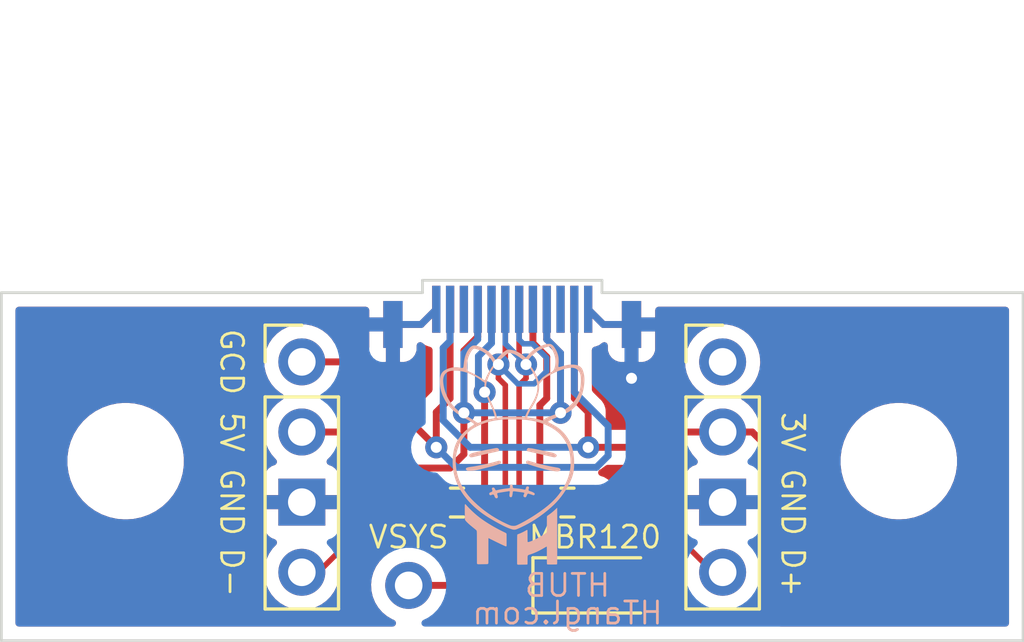
<source format=kicad_pcb>
(kicad_pcb (version 20211014) (generator pcbnew)
  (layers (0 "F.Cu" signal) (31 "B.Cu" signal) (34 "B.Paste" user) (35 "F.Paste" user) (36 "B.SilkS" user "B.Silkscreen") (37 "F.SilkS" user "F.Silkscreen") (38 "B.Mask" user) (39 "F.Mask" user) (44 "Edge.Cuts" user))
  (net 0 "")
  (net 1 "Net-(R1-Pad1)")
  (net 2 "GND")
  (net 3 "Net-(R2-Pad1)")
  (net 4 "+3V3")
  (net 6 "+5V")
  (net 7 "D+")
  (net 8 "D-")
  (net 11 "GCD")
  (net 15 "VSYS")
  (footprint "HTangl:Xunpu C2856665 USBC Straddle Mount" (layer "F.Cu") (at 40 40)
    (fp_text reference "U1" hide)
    (fp_text value "USB_C_Receptacle" hide)
    (pad "A1" smd rect (at 2.75 0) (size 0.3 1.7) (layers "F.Cu" "F.Paste" "F.Mask") (net 2 "GND"))
    (pad "A2" smd rect (at 2.25 0) (size 0.3 1.7) (layers "F.Cu" "F.Paste" "F.Mask") (net 4 "+3V3"))
    (pad "A3" smd rect (at 1.75 0) (size 0.3 1.7) (layers "F.Cu" "F.Paste" "F.Mask"))
    (pad "A4" smd rect (at 1.25 0) (size 0.3 1.7) (layers "F.Cu" "F.Paste" "F.Mask") (net 6 "+5V"))
    (pad "A5" smd rect (at 0.75 0) (size 0.3 1.7) (layers "F.Cu" "F.Paste" "F.Mask") (net 3 "Net-(R2-Pad1)"))
    (pad "A6" smd rect (at 0.25 0) (size 0.3 1.7) (layers "F.Cu" "F.Paste" "F.Mask") (net 7 "D+"))
    (pad "A7" smd rect (at -0.25 0) (size 0.3 1.7) (layers "F.Cu" "F.Paste" "F.Mask") (net 8 "D-"))
    (pad "A8" smd rect (at -0.75 0) (size 0.3 1.7) (layers "F.Cu" "F.Paste" "F.Mask"))
    (pad "A9" smd rect (at -1.25 0) (size 0.3 1.7) (layers "F.Cu" "F.Paste" "F.Mask") (net 6 "+5V"))
    (pad "A10" smd rect (at -1.75 0) (size 0.3 1.7) (layers "F.Cu" "F.Paste" "F.Mask"))
    (pad "A11" smd rect (at -2.25 0) (size 0.3 1.7) (layers "F.Cu" "F.Paste" "F.Mask") (net 11 "GCD"))
    (pad "A12" smd rect (at -2.75 0) (size 0.3 1.7) (layers "F.Cu" "F.Paste" "F.Mask") (net 2 "GND"))
    (pad "B1" smd rect (at -2.75 0) (size 0.3 1.7) (layers "B.Cu" "B.Paste" "B.Mask") (net 2 "GND"))
    (pad "B2" smd rect (at -2.25 0) (size 0.3 1.7) (layers "B.Cu" "B.Paste" "B.Mask") (net 4 "+3V3"))
    (pad "B3" smd rect (at -1.75 0) (size 0.3 1.7) (layers "B.Cu" "B.Paste" "B.Mask"))
    (pad "B4" smd rect (at -1.25 0) (size 0.3 1.7) (layers "B.Cu" "B.Paste" "B.Mask") (net 6 "+5V"))
    (pad "B5" smd rect (at -0.75 0) (size 0.3 1.7) (layers "B.Cu" "B.Paste" "B.Mask") (net 1 "Net-(R1-Pad1)"))
    (pad "B6" smd rect (at -0.25 0) (size 0.3 1.7) (layers "B.Cu" "B.Paste" "B.Mask") (net 7 "D+"))
    (pad "B7" smd rect (at 0.25 0) (size 0.3 1.7) (layers "B.Cu" "B.Paste" "B.Mask") (net 8 "D-"))
    (pad "B8" smd rect (at 0.75 0) (size 0.3 1.7) (layers "B.Cu" "B.Paste" "B.Mask"))
    (pad "B9" smd rect (at 1.25 0) (size 0.3 1.7) (layers "B.Cu" "B.Paste" "B.Mask") (net 6 "+5V"))
    (pad "B10" smd rect (at 1.75 0) (size 0.3 1.7) (layers "B.Cu" "B.Paste" "B.Mask"))
    (pad "B11" smd rect (at 2.25 0) (size 0.3 1.7) (layers "B.Cu" "B.Paste" "B.Mask") (net 11 "GCD"))
    (pad "B12" smd rect (at 2.75 0) (size 0.3 1.7) (layers "B.Cu" "B.Paste" "B.Mask") (net 2 "GND"))
    (pad "S1" smd rect (at 4.32 0.55) (size 0.7 1.7) (layers "F.Cu" "F.Paste" "F.Mask") (net 2 "GND"))
    (pad "S1" smd rect (at -4.32 0.55) (size 0.7 1.7) (layers "F.Cu" "F.Paste" "F.Mask") (net 2 "GND"))
    (pad "S1" smd rect (at -4.32 0.55) (size 0.7 1.7) (layers "B.Cu" "B.Paste" "B.Mask") (net 2 "GND"))
    (pad "S1" smd rect (at 4.32 0.55) (size 0.7 1.7) (layers "B.Cu" "B.Paste" "B.Mask") (net 2 "GND"))
  )
  (footprint "MountingHole:MountingHole_3.2mm_M3" (layer "F.Cu") (at 26 45.5)
    (fp_text reference "REF**" hide)
    (fp_text value "MountingHole_3.2mm_M3" hide)
    (pad "" np_thru_hole circle locked (at 0 0) (size 3.2 3.2) (drill 3.2) (layers *.Cu *.Mask))
  )
  (footprint "Diode_SMD:D_SOD-123" (layer "F.Cu") (at 43 50)
    (fp_text reference "D1" hide)
    (fp_text value "MBR120" hide)
    (fp_text user "MBR120" (at 0 -1.75 unlocked) (layer "F.SilkS") (effects (font (size 0.8 0.8) (thickness 0.1))))
    (pad "1" smd rect locked (at -1.65 0) (size 0.9 1.2) (layers "F.Cu" "F.Paste" "F.Mask") (net 15 "VSYS"))
    (pad "2" smd rect locked (at 1.65 0) (size 0.9 1.2) (layers "F.Cu" "F.Paste" "F.Mask") (net 4 "+3V3"))
  )
  (footprint "MountingHole:MountingHole_3.2mm_M3" (layer "F.Cu") (at 54 45.5)
    (fp_text reference "REF**" hide)
    (fp_text value "MountingHole_3.2mm_M3" hide)
    (pad "" np_thru_hole circle locked (at 0 0) (size 3.2 3.2) (drill 3.2) (layers *.Cu *.Mask))
  )
  (footprint "Connector_PinHeader_2.54mm:PinHeader_1x04_P2.54mm_Vertical" (layer "F.Cu") (at 32.38 41.905)
    (fp_text reference "REF**" hide)
    (fp_text value "PinHeader_1x04_P2.54mm_Vertical" hide)
    (pad "1" thru_hole circle locked (at 0 0) (size 1.7 1.7) (drill 1) (layers *.Cu *.Mask) (net 11 "GCD"))
    (pad "2" thru_hole oval locked (at 0 2.54) (size 1.7 1.7) (drill 1) (layers *.Cu *.Mask) (net 6 "+5V"))
    (pad "3" thru_hole rect locked (at 0 5.08) (size 1.7 1.7) (drill 1) (layers *.Cu *.Mask) (net 2 "GND"))
    (pad "4" thru_hole oval locked (at 0 7.62) (size 1.7 1.7) (drill 1) (layers *.Cu *.Mask) (net 8 "D-"))
  )
  (footprint "Connector_PinHeader_2.54mm:PinHeader_1x01_P2.54mm_Vertical" (layer "F.Cu") (at 36.25 50)
    (fp_text reference "VSYS" (at 0 -1.75) (layer "F.SilkS") (effects (font (size 0.8 0.8) (thickness 0.1))))
    (fp_text value "PinHeader_1x01_P2.54mm_Vertical" hide)
    (pad "1" thru_hole circle (at 0 0) (size 1.7 1.7) (drill 1) (layers *.Cu *.Mask) (net 15 "VSYS"))
  )
  (footprint "Resistor_SMD:R_0603_1608Metric" (layer "F.Cu") (at 42 47)
    (fp_text reference "R2" hide)
    (fp_text value "5.1k")
    (pad "1" smd roundrect locked (at -0.825 0) (size 0.8 0.95) (layers "F.Cu" "F.Paste" "F.Mask") (net 3 "Net-(R2-Pad1)"))
    (pad "2" smd roundrect locked (at 0.825 0) (size 0.8 0.95) (layers "F.Cu" "F.Paste" "F.Mask") (net 2 "GND"))
  )
  (footprint "Resistor_SMD:R_0603_1608Metric" (layer "F.Cu") (at 38 47 180)
    (fp_text reference "R1" hide)
    (fp_text value "5.1k")
    (pad "1" smd roundrect locked (at -0.825 0 180) (size 0.8 0.95) (layers "F.Cu" "F.Paste" "F.Mask") (net 1 "Net-(R1-Pad1)"))
    (pad "2" smd roundrect locked (at 0.825 0 180) (size 0.8 0.95) (layers "F.Cu" "F.Paste" "F.Mask") (net 2 "GND"))
  )
  (footprint "Connector_PinHeader_2.54mm:PinHeader_1x04_P2.54mm_Vertical" (layer "F.Cu") (at 47.62 41.905)
    (fp_text reference "REF**" hide)
    (fp_text value "PinHeader_1x04_P2.54mm_Vertical" hide)
    (pad "1" thru_hole circle locked (at 0 0) (size 1.7 1.7) (drill 1) (layers *.Cu *.Mask))
    (pad "2" thru_hole oval locked (at 0 2.54) (size 1.7 1.7) (drill 1) (layers *.Cu *.Mask) (net 4 "+3V3"))
    (pad "3" thru_hole rect locked (at 0 5.08) (size 1.7 1.7) (drill 1) (layers *.Cu *.Mask) (net 2 "GND"))
    (pad "4" thru_hole circle locked (at 0 7.62) (size 1.7 1.7) (drill 1) (layers *.Cu *.Mask) (net 7 "D+"))
  )
  (footprint "htangl:HTurnip_Tiny" (layer "B.Cu") (at 40 45.25 180)
    (fp_text reference "G***" hide)
    (fp_text value "LOGO" hide)
  )
  (gr_line (start 36.75 39.4) (end 21.5 39.4) (layer "Edge.Cuts") (width 0.1))
  (gr_line (start 21.5 52) (end 58.5 52) (layer "Edge.Cuts") (width 0.1))
  (gr_line (start 36.75 38.95) (end 43.25 38.95) (layer "Edge.Cuts") (width 0.1))
  (gr_line (start 43.25 39.4) (end 58.5 39.4) (layer "Edge.Cuts") (width 0.1))
  (gr_line (start 58.5 39.4) (end 58.5 52) (layer "Edge.Cuts") (width 0.1))
  (gr_line (start 43.25 38.95) (end 43.25 39.4) (layer "Edge.Cuts") (width 0.1))
  (gr_line (start 36.75 38.95) (end 36.75 39.4) (layer "Edge.Cuts") (width 0.1))
  (gr_line (start 21.5 52) (end 21.5 39.4) (layer "Edge.Cuts") (width 0.1))
  (gr_text "HTUB" (at 42 50) (layer "B.SilkS") (effects (font (size 0.8 0.8) (thickness 0.1)) (justify mirror)))
  (gr_text "HTangl.com" (at 42 51) (layer "B.SilkS") (effects (font (size 0.8 0.8) (thickness 0.1)) (justify mirror)))
  (gr_text "GCD" (at 29.84 41.905 270) (layer "F.SilkS") (effects (font (size 0.8 0.8) (thickness 0.1))))
  (gr_text "D-" (at 29.84 49.525 270) (layer "F.SilkS") (effects (font (size 0.8 0.8) (thickness 0.1))))
  (gr_text "GND" (at 50.16 46.985 270) (layer "F.SilkS") (effects (font (size 0.8 0.8) (thickness 0.1))))
  (gr_text "D+\n" (at 50.16 49.525 270) (layer "F.SilkS") (effects (font (size 0.8 0.8) (thickness 0.1))))
  (gr_text "3V" (at 50.16 44.445 270) (layer "F.SilkS") (effects (font (size 0.8 0.8) (thickness 0.1))))
  (gr_text "5V" (at 29.84 44.445 270) (layer "F.SilkS") (effects (font (size 0.8 0.8) (thickness 0.1))))
  (gr_text "GND" (at 29.84 46.985 270) (layer "F.SilkS") (effects (font (size 0.8 0.8) (thickness 0.1))))
  (segment (start 39 43) (end 39 46.825) (width 0.25) (layer "F.Cu") (net 1))
  (segment (start 39 46.825) (end 38.825 47) (width 0.25) (layer "F.Cu") (net 1))
  (via (at 39 43) (size 0.8) (drill 0.4) (layers "F.Cu" "B.Cu") (net 1))
  (segment (start 39.25 40) (end 39.25 41.225386) (width 0.25) (layer "B.Cu") (net 1))
  (segment (start 38.775489 41.699897) (end 38.775489 42.775489) (width 0.25) (layer "B.Cu") (net 1))
  (segment (start 38.775489 42.775489) (end 39 43) (width 0.25) (layer "B.Cu") (net 1))
  (segment (start 39.25 41.225386) (end 38.775489 41.699897) (width 0.25) (layer "B.Cu") (net 1))
  (segment (start 42.75 40) (end 43.3 40.55) (width 0.25) (layer "F.Cu") (net 2))
  (segment (start 43.3 40.55) (end 44.32 40.55) (width 0.25) (layer "F.Cu") (net 2))
  (segment (start 37.25 40) (end 36.7 40.55) (width 0.25) (layer "F.Cu") (net 2))
  (segment (start 36.7 40.55) (end 35.68 40.55) (width 0.25) (layer "F.Cu") (net 2))
  (via (at 44.32 42.5) (size 0.8) (drill 0.4) (layers "F.Cu" "B.Cu") (net 2))
  (segment (start 42.75 40) (end 43.3 40.55) (width 0.25) (layer "B.Cu") (net 2))
  (segment (start 43.3 40.55) (end 44.32 40.55) (width 0.25) (layer "B.Cu") (net 2))
  (segment (start 37.25 40) (end 36.7 40.55) (width 0.25) (layer "B.Cu") (net 2))
  (segment (start 36.7 40.55) (end 35.68 40.55) (width 0.25) (layer "B.Cu") (net 2))
  (segment (start 40.75 41.225386) (end 41.25 41.725386) (width 0.25) (layer "F.Cu") (net 3))
  (segment (start 41 46.825) (end 41.175 47) (width 0.25) (layer "F.Cu") (net 3))
  (segment (start 40.75 40) (end 40.75 41.225386) (width 0.25) (layer "F.Cu") (net 3))
  (segment (start 41 43.475386) (end 41 46.825) (width 0.25) (layer "F.Cu") (net 3))
  (segment (start 41.25 41.725386) (end 41.25 43.225386) (width 0.25) (layer "F.Cu") (net 3))
  (segment (start 41.25 43.225386) (end 41 43.475386) (width 0.25) (layer "F.Cu") (net 3))
  (segment (start 42.25 43.225386) (end 42.75 43.725386) (width 0.25) (layer "F.Cu") (net 4))
  (segment (start 42.25 40) (end 42.25 43.225386) (width 0.25) (layer "F.Cu") (net 4))
  (segment (start 49.5 45.25) (end 48.695 44.445) (width 0.25) (layer "F.Cu") (net 4))
  (segment (start 42.75 45) (end 44.5 45) (width 0.25) (layer "F.Cu") (net 4))
  (segment (start 48.695 44.445) (end 47.62 44.445) (width 0.25) (layer "F.Cu") (net 4))
  (segment (start 45 50) (end 46 51) (width 0.25) (layer "F.Cu") (net 4))
  (segment (start 45.055 44.445) (end 47.62 44.445) (width 0.25) (layer "F.Cu") (net 4))
  (segment (start 49.5 50.5) (end 49.5 45.25) (width 0.25) (layer "F.Cu") (net 4))
  (segment (start 42.75 43.725386) (end 42.75 45) (width 0.25) (layer "F.Cu") (net 4))
  (segment (start 44.5 45) (end 45.055 44.445) (width 0.25) (layer "F.Cu") (net 4))
  (segment (start 44.65 50) (end 45 50) (width 0.25) (layer "F.Cu") (net 4))
  (segment (start 49 51) (end 49.5 50.5) (width 0.25) (layer "F.Cu") (net 4))
  (segment (start 46 51) (end 49 51) (width 0.25) (layer "F.Cu") (net 4))
  (via (at 42.75 45) (size 0.8) (drill 0.4) (layers "F.Cu" "B.Cu") (net 4))
  (segment (start 42.75 45) (end 38.475386 45) (width 0.25) (layer "B.Cu") (net 4))
  (segment (start 38.475386 45) (end 37.5 44.024614) (width 0.25) (layer "B.Cu") (net 4))
  (segment (start 37.5 41.399022) (end 37.75 41.149022) (width 0.25) (layer "B.Cu") (net 4))
  (segment (start 37.5 44.024614) (end 37.5 41.399022) (width 0.25) (layer "B.Cu") (net 4))
  (segment (start 37.75 41.149022) (end 37.75 40) (width 0.25) (layer "B.Cu") (net 4))
  (segment (start 38.25 43.75) (end 38.25 41.5) (width 0.25) (layer "F.Cu") (net 6))
  (segment (start 41.75 41.589668) (end 41.75 43.75) (width 0.25) (layer "F.Cu") (net 6))
  (segment (start 38.25 45.25) (end 37.75 45.75) (width 0.25) (layer "F.Cu") (net 6))
  (segment (start 38.75 41) (end 38.75 40) (width 0.25) (layer "F.Cu") (net 6))
  (segment (start 41.25 41.089668) (end 41.75 41.589668) (width 0.25) (layer "F.Cu") (net 6))
  (segment (start 33.695 44.445) (end 32.38 44.445) (width 0.25) (layer "F.Cu") (net 6))
  (segment (start 37.75 45.75) (end 35 45.75) (width 0.25) (layer "F.Cu") (net 6))
  (segment (start 38.25 41.5) (end 38.75 41) (width 0.25) (layer "F.Cu") (net 6))
  (segment (start 35 45.75) (end 33.695 44.445) (width 0.25) (layer "F.Cu") (net 6))
  (segment (start 41.25 40) (end 41.25 41.089668) (width 0.25) (layer "F.Cu") (net 6))
  (segment (start 38.25 43.75) (end 38.25 45.25) (width 0.25) (layer "F.Cu") (net 6))
  (via (at 41.75 43.75) (size 0.8) (drill 0.4) (layers "F.Cu" "B.Cu") (net 6))
  (via (at 38.25 43.75) (size 0.8) (drill 0.4) (layers "F.Cu" "B.Cu") (net 6))
  (segment (start 38.75 40) (end 38.75 41.089668) (width 0.25) (layer "B.Cu") (net 6))
  (segment (start 38.75 41.089668) (end 38.25 41.589668) (width 0.25) (layer "B.Cu") (net 6))
  (segment (start 41.25 41.089668) (end 41.75 41.589668) (width 0.25) (layer "B.Cu") (net 6))
  (segment (start 41.75 41.589668) (end 41.75 43.75) (width 0.25) (layer "B.Cu") (net 6))
  (segment (start 38.25 43.75) (end 41.75 43.75) (width 0.25) (layer "B.Cu") (net 6))
  (segment (start 38.25 41.589668) (end 38.25 43.75) (width 0.25) (layer "B.Cu") (net 6))
  (segment (start 41.25 40) (end 41.25 41.089668) (width 0.25) (layer "B.Cu") (net 6))
  (segment (start 46 48.25) (end 47.275 49.525) (width 0.2) (layer "F.Cu") (net 7))
  (segment (start 40.5 42.5) (end 40.25 42.75) (width 0.2) (layer "F.Cu") (net 7))
  (segment (start 40.25 41.75) (end 40.5 42) (width 0.2) (layer "F.Cu") (net 7))
  (segment (start 40.75 48.25) (end 46 48.25) (width 0.2) (layer "F.Cu") (net 7))
  (segment (start 40.25 47.75) (end 40.75 48.25) (width 0.2) (layer "F.Cu") (net 7))
  (segment (start 40.5 42) (end 40.5 42.5) (width 0.2) (layer "F.Cu") (net 7))
  (segment (start 47.275 49.525) (end 47.62 49.525) (width 0.2) (layer "F.Cu") (net 7))
  (segment (start 40.25 42.75) (end 40.25 47.75) (width 0.2) (layer "F.Cu") (net 7))
  (segment (start 40.25 40) (end 40.25 41.75) (width 0.2) (layer "F.Cu") (net 7))
  (via (at 40.5 42) (size 0.8) (drill 0.4) (layers "F.Cu" "B.Cu") (net 7))
  (segment (start 39.75 41.25) (end 39.75 40) (width 0.2) (layer "B.Cu") (net 7))
  (segment (start 40.5 42) (end 39.75 41.25) (width 0.2) (layer "B.Cu") (net 7))
  (segment (start 39.5 42.5) (end 39.75 42.75) (width 0.2) (layer "F.Cu") (net 8))
  (segment (start 39.75 41.75) (end 39.5 42) (width 0.2) (layer "F.Cu") (net 8))
  (segment (start 39.5 42) (end 39.5 42.5) (width 0.2) (layer "F.Cu") (net 8))
  (segment (start 34.25 48.25) (end 32.975 49.525) (width 0.2) (layer "F.Cu") (net 8))
  (segment (start 39.75 42.75) (end 39.75 47.75) (width 0.2) (layer "F.Cu") (net 8))
  (segment (start 39.75 47.75) (end 39.25 48.25) (width 0.2) (layer "F.Cu") (net 8))
  (segment (start 39.75 40) (end 39.75 41.75) (width 0.2) (layer "F.Cu") (net 8))
  (segment (start 39.25 48.25) (end 34.25 48.25) (width 0.2) (layer "F.Cu") (net 8))
  (segment (start 32.975 49.525) (end 32.38 49.525) (width 0.2) (layer "F.Cu") (net 8))
  (via (at 39.5 42) (size 0.8) (drill 0.4) (layers "F.Cu" "B.Cu") (net 8))
  (segment (start 41.25 41.760741) (end 40.739259 41.25) (width 0.2) (layer "B.Cu") (net 8))
  (segment (start 40.199511 42.699511) (end 40.789748 42.699511) (width 0.2) (layer "B.Cu") (net 8))
  (segment (start 40.25 41.099022) (end 40.25 40) (width 0.2) (layer "B.Cu") (net 8))
  (segment (start 40.739259 41.25) (end 40.400978 41.25) (width 0.2) (layer "B.Cu") (net 8))
  (segment (start 41.25 42.239259) (end 41.25 41.760741) (width 0.2) (layer "B.Cu") (net 8))
  (segment (start 39.5 42) (end 40.199511 42.699511) (width 0.2) (layer "B.Cu") (net 8))
  (segment (start 40.789748 42.699511) (end 41.25 42.239259) (width 0.2) (layer "B.Cu") (net 8))
  (segment (start 40.400978 41.25) (end 40.25 41.099022) (width 0.2) (layer "B.Cu") (net 8))
  (segment (start 37.75 43.225386) (end 37.25 43.725386) (width 0.25) (layer "F.Cu") (net 11))
  (segment (start 37.25 43.725386) (end 37.25 45) (width 0.25) (layer "F.Cu") (net 11))
  (segment (start 34.155 41.905) (end 32.38 41.905) (width 0.25) (layer "F.Cu") (net 11))
  (segment (start 37.25 45) (end 34.155 41.905) (width 0.25) (layer "F.Cu") (net 11))
  (segment (start 37.75 43.225386) (end 37.75 40) (width 0.25) (layer "F.Cu") (net 11))
  (via (at 37.25 45) (size 0.8) (drill 0.4) (layers "F.Cu" "B.Cu") (net 11))
  (segment (start 43.050103 45.724511) (end 43.474511 45.300103) (width 0.25) (layer "B.Cu") (net 11))
  (segment (start 43.474511 44.224511) (end 42.25 43) (width 0.25) (layer "B.Cu") (net 11))
  (segment (start 37.974511 45.724511) (end 43.050103 45.724511) (width 0.25) (layer "B.Cu") (net 11))
  (segment (start 37.25 45) (end 37.974511 45.724511) (width 0.25) (layer "B.Cu") (net 11))
  (segment (start 42.25 43) (end 42.25 40) (width 0.25) (layer "B.Cu") (net 11))
  (segment (start 43.474511 45.300103) (end 43.474511 44.224511) (width 0.25) (layer "B.Cu") (net 11))
  (segment (start 41.35 50) (end 36.25 50) (width 0.25) (layer "F.Cu") (net 15))
  (zone (net 2) (net_name "GND") (layers F&B.Cu) (connect_pads (clearance 0.508)) (min_thickness 0.254) (fill yes (thermal_gap 0.508) (thermal_bridge_width 0.508))
    (polygon (pts (xy 43.3 39.35) (xy 58.55 39.35) (xy 58.55 52.05) (xy 21.45 52.05) (xy 21.45 39.35) (xy 36.7 39.35) (xy 36.7 38.9) (xy 43.3 38.9)))
  )
)
</source>
